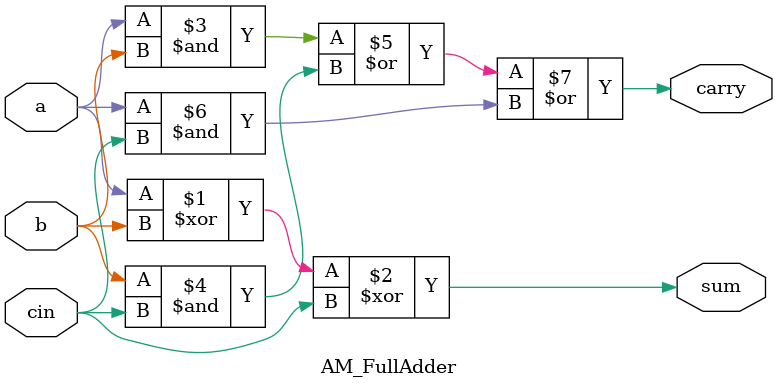
<source format=v>
module AM_FullAdder
(
	input a, 
	input b,
	input cin,
	output sum,
	output carry
);

assign sum = (a ^ b ^ cin);
assign carry = (a & b) | (b & cin) | (a & cin);

endmodule

</source>
